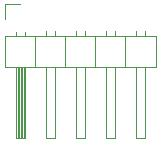
<source format=gbr>
%TF.GenerationSoftware,KiCad,Pcbnew,(6.0.5)*%
%TF.CreationDate,2022-06-09T17:00:53+03:00*%
%TF.ProjectId,MOTION,4d4f5449-4f4e-42e6-9b69-6361645f7063,0.1*%
%TF.SameCoordinates,Original*%
%TF.FileFunction,Legend,Bot*%
%TF.FilePolarity,Positive*%
%FSLAX46Y46*%
G04 Gerber Fmt 4.6, Leading zero omitted, Abs format (unit mm)*
G04 Created by KiCad (PCBNEW (6.0.5)) date 2022-06-09 17:00:53*
%MOMM*%
%LPD*%
G01*
G04 APERTURE LIST*
%ADD10C,0.120000*%
G04 APERTURE END LIST*
D10*
%TO.C,J2*%
X34725000Y-27167929D02*
X34725000Y-27565000D01*
X34725000Y-36225000D02*
X34725000Y-30225000D01*
X38215000Y-30225000D02*
X25395000Y-30225000D01*
X25395000Y-30225000D02*
X25395000Y-27565000D01*
X30535000Y-27565000D02*
X30535000Y-30225000D01*
X32185000Y-27167929D02*
X32185000Y-27565000D01*
X35615000Y-27565000D02*
X35615000Y-30225000D01*
X31425000Y-27167929D02*
X31425000Y-27565000D01*
X25455000Y-24855000D02*
X25455000Y-26125000D01*
X29645000Y-36225000D02*
X29645000Y-30225000D01*
X27995000Y-27565000D02*
X27995000Y-30225000D01*
X33075000Y-27565000D02*
X33075000Y-30225000D01*
X27105000Y-27235000D02*
X27105000Y-27565000D01*
X25395000Y-27565000D02*
X38215000Y-27565000D01*
X37265000Y-27167929D02*
X37265000Y-27565000D01*
X31425000Y-36225000D02*
X32185000Y-36225000D01*
X28885000Y-30225000D02*
X28885000Y-36225000D01*
X36505000Y-27167929D02*
X36505000Y-27565000D01*
X31425000Y-30225000D02*
X31425000Y-36225000D01*
X32185000Y-36225000D02*
X32185000Y-30225000D01*
X38215000Y-27565000D02*
X38215000Y-30225000D01*
X26765000Y-30225000D02*
X26765000Y-36225000D01*
X27105000Y-36225000D02*
X27105000Y-30225000D01*
X26405000Y-30225000D02*
X26405000Y-36225000D01*
X28885000Y-27167929D02*
X28885000Y-27565000D01*
X26525000Y-30225000D02*
X26525000Y-36225000D01*
X28885000Y-36225000D02*
X29645000Y-36225000D01*
X26645000Y-30225000D02*
X26645000Y-36225000D01*
X26345000Y-27235000D02*
X26345000Y-27565000D01*
X27005000Y-30225000D02*
X27005000Y-36225000D01*
X29645000Y-27167929D02*
X29645000Y-27565000D01*
X26885000Y-30225000D02*
X26885000Y-36225000D01*
X33965000Y-30225000D02*
X33965000Y-36225000D01*
X33965000Y-36225000D02*
X34725000Y-36225000D01*
X26345000Y-36225000D02*
X27105000Y-36225000D01*
X26345000Y-30225000D02*
X26345000Y-36225000D01*
X36505000Y-30225000D02*
X36505000Y-36225000D01*
X26725000Y-24855000D02*
X25455000Y-24855000D01*
X37265000Y-36225000D02*
X37265000Y-30225000D01*
X33965000Y-27167929D02*
X33965000Y-27565000D01*
X36505000Y-36225000D02*
X37265000Y-36225000D01*
%TD*%
M02*

</source>
